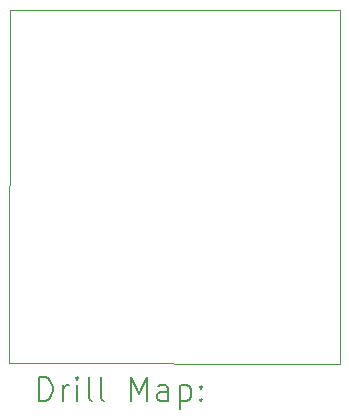
<source format=gbr>
%TF.GenerationSoftware,KiCad,Pcbnew,7.0.9-7.0.9~ubuntu22.04.1*%
%TF.CreationDate,2023-12-17T15:48:16-06:00*%
%TF.ProjectId,PacSat_JTAG_Interface,50616353-6174-45f4-9a54-41475f496e74,rev?*%
%TF.SameCoordinates,Original*%
%TF.FileFunction,Drillmap*%
%TF.FilePolarity,Positive*%
%FSLAX45Y45*%
G04 Gerber Fmt 4.5, Leading zero omitted, Abs format (unit mm)*
G04 Created by KiCad (PCBNEW 7.0.9-7.0.9~ubuntu22.04.1) date 2023-12-17 15:48:16*
%MOMM*%
%LPD*%
G01*
G04 APERTURE LIST*
%ADD10C,0.100000*%
%ADD11C,0.200000*%
G04 APERTURE END LIST*
D10*
X11176000Y-6858000D02*
X8382000Y-6858000D01*
X8371205Y-9842500D02*
X11170349Y-9847898D01*
X8371205Y-9842500D02*
X8382000Y-6858000D01*
X11176000Y-6858000D02*
X11170349Y-9847898D01*
D11*
X8626982Y-10164381D02*
X8626982Y-9964381D01*
X8626982Y-9964381D02*
X8674601Y-9964381D01*
X8674601Y-9964381D02*
X8703172Y-9973905D01*
X8703172Y-9973905D02*
X8722220Y-9992953D01*
X8722220Y-9992953D02*
X8731744Y-10012000D01*
X8731744Y-10012000D02*
X8741268Y-10050096D01*
X8741268Y-10050096D02*
X8741268Y-10078667D01*
X8741268Y-10078667D02*
X8731744Y-10116762D01*
X8731744Y-10116762D02*
X8722220Y-10135810D01*
X8722220Y-10135810D02*
X8703172Y-10154858D01*
X8703172Y-10154858D02*
X8674601Y-10164381D01*
X8674601Y-10164381D02*
X8626982Y-10164381D01*
X8826982Y-10164381D02*
X8826982Y-10031048D01*
X8826982Y-10069143D02*
X8836506Y-10050096D01*
X8836506Y-10050096D02*
X8846029Y-10040572D01*
X8846029Y-10040572D02*
X8865077Y-10031048D01*
X8865077Y-10031048D02*
X8884125Y-10031048D01*
X8950791Y-10164381D02*
X8950791Y-10031048D01*
X8950791Y-9964381D02*
X8941268Y-9973905D01*
X8941268Y-9973905D02*
X8950791Y-9983429D01*
X8950791Y-9983429D02*
X8960315Y-9973905D01*
X8960315Y-9973905D02*
X8950791Y-9964381D01*
X8950791Y-9964381D02*
X8950791Y-9983429D01*
X9074601Y-10164381D02*
X9055553Y-10154858D01*
X9055553Y-10154858D02*
X9046029Y-10135810D01*
X9046029Y-10135810D02*
X9046029Y-9964381D01*
X9179363Y-10164381D02*
X9160315Y-10154858D01*
X9160315Y-10154858D02*
X9150791Y-10135810D01*
X9150791Y-10135810D02*
X9150791Y-9964381D01*
X9407934Y-10164381D02*
X9407934Y-9964381D01*
X9407934Y-9964381D02*
X9474601Y-10107238D01*
X9474601Y-10107238D02*
X9541268Y-9964381D01*
X9541268Y-9964381D02*
X9541268Y-10164381D01*
X9722220Y-10164381D02*
X9722220Y-10059619D01*
X9722220Y-10059619D02*
X9712696Y-10040572D01*
X9712696Y-10040572D02*
X9693649Y-10031048D01*
X9693649Y-10031048D02*
X9655553Y-10031048D01*
X9655553Y-10031048D02*
X9636506Y-10040572D01*
X9722220Y-10154858D02*
X9703172Y-10164381D01*
X9703172Y-10164381D02*
X9655553Y-10164381D01*
X9655553Y-10164381D02*
X9636506Y-10154858D01*
X9636506Y-10154858D02*
X9626982Y-10135810D01*
X9626982Y-10135810D02*
X9626982Y-10116762D01*
X9626982Y-10116762D02*
X9636506Y-10097715D01*
X9636506Y-10097715D02*
X9655553Y-10088191D01*
X9655553Y-10088191D02*
X9703172Y-10088191D01*
X9703172Y-10088191D02*
X9722220Y-10078667D01*
X9817458Y-10031048D02*
X9817458Y-10231048D01*
X9817458Y-10040572D02*
X9836506Y-10031048D01*
X9836506Y-10031048D02*
X9874601Y-10031048D01*
X9874601Y-10031048D02*
X9893649Y-10040572D01*
X9893649Y-10040572D02*
X9903172Y-10050096D01*
X9903172Y-10050096D02*
X9912696Y-10069143D01*
X9912696Y-10069143D02*
X9912696Y-10126286D01*
X9912696Y-10126286D02*
X9903172Y-10145334D01*
X9903172Y-10145334D02*
X9893649Y-10154858D01*
X9893649Y-10154858D02*
X9874601Y-10164381D01*
X9874601Y-10164381D02*
X9836506Y-10164381D01*
X9836506Y-10164381D02*
X9817458Y-10154858D01*
X9998410Y-10145334D02*
X10007934Y-10154858D01*
X10007934Y-10154858D02*
X9998410Y-10164381D01*
X9998410Y-10164381D02*
X9988887Y-10154858D01*
X9988887Y-10154858D02*
X9998410Y-10145334D01*
X9998410Y-10145334D02*
X9998410Y-10164381D01*
X9998410Y-10040572D02*
X10007934Y-10050096D01*
X10007934Y-10050096D02*
X9998410Y-10059619D01*
X9998410Y-10059619D02*
X9988887Y-10050096D01*
X9988887Y-10050096D02*
X9998410Y-10040572D01*
X9998410Y-10040572D02*
X9998410Y-10059619D01*
M02*

</source>
